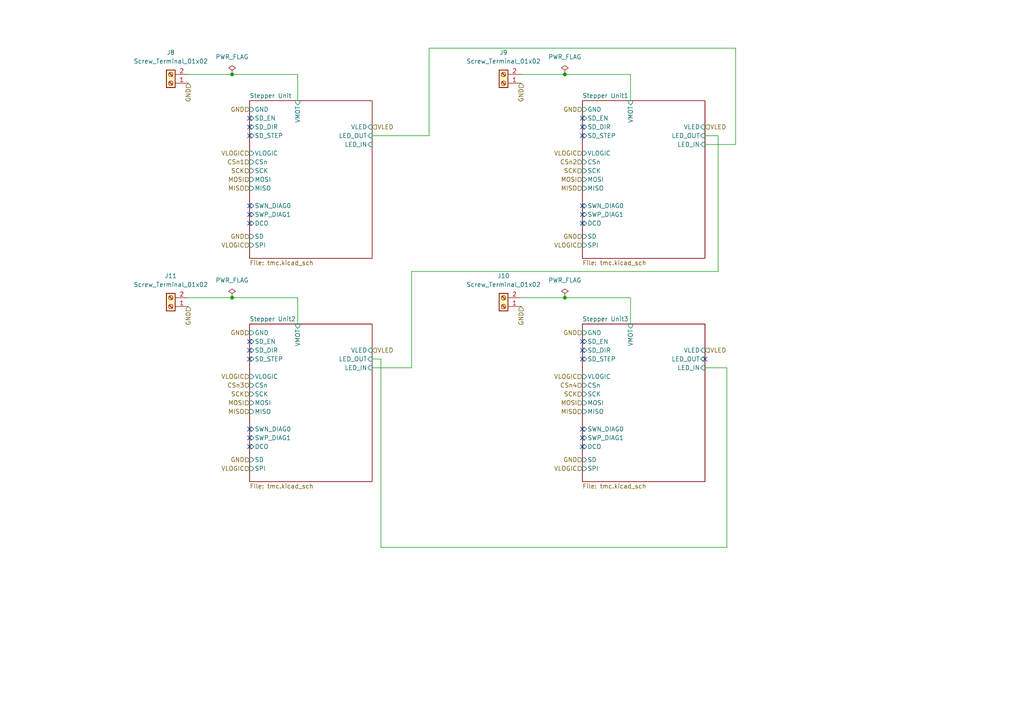
<source format=kicad_sch>
(kicad_sch (version 20231120) (generator "eeschema") (generator_version "8.0")
  (paper "A4")
  (lib_symbols
    (symbol "Connector:Screw_Terminal_01x02" (pin_names (offset 1.016) hide)
      (property "Reference" "J" (at 0 2.54 0))
      (property "Value" "Screw_Terminal_01x02" (at 0 -5.08 0))
      (symbol "Screw_Terminal_01x02_1_1"
        (rectangle (start -1.27 1.27) (end 1.27 -3.81) (stroke (width 0.254)) (fill (type background)))
        (circle (center 0 -2.54) (radius 0.635) (stroke (width 0.1524)))
        (polyline (pts (xy -0.5334 -2.2098) (xy 0.3302 -3.048)) (stroke (width 0.1524)))
        (polyline (pts (xy -0.5334 0.3302) (xy 0.3302 -0.508)) (stroke (width 0.1524)))
        (polyline (pts (xy -0.3556 -2.032) (xy 0.508 -2.8702)) (stroke (width 0.1524)))
        (polyline (pts (xy -0.3556 0.508) (xy 0.508 -0.3302)) (stroke (width 0.1524)))
        (circle (center 0 0) (radius 0.635) (stroke (width 0.1524)))
        (pin passive line (at -5.08 0 0) (length 3.81) (name "Pin_1") (number "1"))
        (pin passive line (at -5.08 -2.54 0) (length 3.81) (name "Pin_2") (number "2"))
      )
    )
    (symbol "power:PWR_FLAG" (power) (pin_numbers hide) (pin_names (offset 0) hide)
      (property "Value" "PWR_FLAG" (at 0 3.81 0))
      (symbol "PWR_FLAG_0_0"
        (pin power_out line (at 0 0 90) (length 0) (name "~") (number "1"))
      )
      (symbol "PWR_FLAG_0_1"
        (polyline (pts (xy 0 0) (xy 0 1.27) (xy -1.016 1.905) (xy 0 2.54) (xy 1.016 1.905) (xy 0 1.27)))
      )
    )
  )
  (junction (at 163.83 21.59))
  (junction (at 67.31 21.59))
  (junction (at 67.31 86.36))
  (junction (at 163.83 86.36))
  (no_connect (at 204.47 104.14))
  (no_connect (at 72.39 62.23))
  (no_connect (at 168.91 129.54))
  (no_connect (at 168.91 127))
  (no_connect (at 72.39 104.14))
  (no_connect (at 168.91 36.83))
  (no_connect (at 72.39 124.46))
  (no_connect (at 72.39 39.37))
  (no_connect (at 72.39 99.06))
  (no_connect (at 72.39 34.29))
  (no_connect (at 168.91 124.46))
  (no_connect (at 72.39 127))
  (no_connect (at 168.91 59.69))
  (no_connect (at 168.91 64.77))
  (no_connect (at 168.91 62.23))
  (no_connect (at 168.91 104.14))
  (no_connect (at 168.91 99.06))
  (no_connect (at 72.39 59.69))
  (no_connect (at 72.39 64.77))
  (no_connect (at 168.91 34.29))
  (no_connect (at 168.91 101.6))
  (no_connect (at 72.39 101.6))
  (no_connect (at 72.39 36.83))
  (no_connect (at 72.39 129.54))
  (no_connect (at 168.91 39.37))
  (wire (pts (xy 208.28 39.37) (xy 208.28 78.74)))
  (wire (pts (xy 213.36 41.91) (xy 204.47 41.91)))
  (wire (pts (xy 119.38 78.74) (xy 119.38 106.68)))
  (wire (pts (xy 210.82 158.75) (xy 210.82 106.68)))
  (wire (pts (xy 67.31 21.59) (xy 86.36 21.59)))
  (wire (pts (xy 163.83 86.36) (xy 182.88 86.36)))
  (wire (pts (xy 67.31 86.36) (xy 86.36 86.36)))
  (wire (pts (xy 208.28 78.74) (xy 119.38 78.74)))
  (wire (pts (xy 86.36 21.59) (xy 86.36 29.21)))
  (wire (pts (xy 119.38 106.68) (xy 107.95 106.68)))
  (wire (pts (xy 204.47 39.37) (xy 208.28 39.37)))
  (wire (pts (xy 54.61 86.36) (xy 67.31 86.36)))
  (wire (pts (xy 182.88 86.36) (xy 182.88 93.98)))
  (wire (pts (xy 213.36 13.97) (xy 213.36 41.91)))
  (wire (pts (xy 107.95 104.14) (xy 110.49 104.14)))
  (wire (pts (xy 151.13 21.59) (xy 163.83 21.59)))
  (wire (pts (xy 124.46 39.37) (xy 124.46 13.97)))
  (wire (pts (xy 151.13 86.36) (xy 163.83 86.36)))
  (wire (pts (xy 86.36 86.36) (xy 86.36 93.98)))
  (wire (pts (xy 210.82 106.68) (xy 204.47 106.68)))
  (wire (pts (xy 54.61 21.59) (xy 67.31 21.59)))
  (wire (pts (xy 182.88 21.59) (xy 182.88 29.21)))
  (wire (pts (xy 107.95 39.37) (xy 124.46 39.37)))
  (wire (pts (xy 124.46 13.97) (xy 213.36 13.97)))
  (wire (pts (xy 163.83 21.59) (xy 182.88 21.59)))
  (wire (pts (xy 110.49 104.14) (xy 110.49 158.75)))
  (wire (pts (xy 110.49 158.75) (xy 210.82 158.75)))
  (hierarchical_label "SCK" (shape input) (at 168.91 49.53 180))
  (hierarchical_label "SCK" (shape input) (at 72.39 49.53 180))
  (hierarchical_label "GND" (shape input) (at 168.91 68.58 180))
  (hierarchical_label "SCK" (shape input) (at 168.91 114.3 180))
  (hierarchical_label "MISO" (shape input) (at 72.39 119.38 180))
  (hierarchical_label "GND" (shape input) (at 168.91 31.75 180))
  (hierarchical_label "GND" (shape input) (at 72.39 96.52 180))
  (hierarchical_label "VLOGIC" (shape input) (at 72.39 135.89 180))
  (hierarchical_label "MOSI" (shape input) (at 72.39 52.07 180))
  (hierarchical_label "GND" (shape input) (at 72.39 31.75 180))
  (hierarchical_label "GND" (shape input) (at 151.13 24.13 270))
  (hierarchical_label "CSn3" (shape input) (at 72.39 111.76 180))
  (hierarchical_label "GND" (shape input) (at 168.91 96.52 180))
  (hierarchical_label "VLOGIC" (shape input) (at 72.39 109.22 180))
  (hierarchical_label "GND" (shape input) (at 54.61 88.9 270))
  (hierarchical_label "CSn1" (shape input) (at 72.39 46.99 180))
  (hierarchical_label "MISO" (shape input) (at 168.91 119.38 180))
  (hierarchical_label "CSn4" (shape input) (at 168.91 111.76 180))
  (hierarchical_label "VLED" (shape input) (at 204.47 101.6 0))
  (hierarchical_label "MISO" (shape input) (at 72.39 54.61 180))
  (hierarchical_label "VLED" (shape input) (at 204.47 36.83 0))
  (hierarchical_label "GND" (shape input) (at 54.61 24.13 270))
  (hierarchical_label "CSn2" (shape input) (at 168.91 46.99 180))
  (hierarchical_label "GND" (shape input) (at 72.39 133.35 180))
  (hierarchical_label "MOSI" (shape input) (at 168.91 116.84 180))
  (hierarchical_label "VLED" (shape input) (at 107.95 36.83 0))
  (hierarchical_label "SCK" (shape input) (at 72.39 114.3 180))
  (hierarchical_label "VLOGIC" (shape input) (at 168.91 109.22 180))
  (hierarchical_label "GND" (shape input) (at 151.13 88.9 270))
  (hierarchical_label "MISO" (shape input) (at 168.91 54.61 180))
  (hierarchical_label "MOSI" (shape input) (at 168.91 52.07 180))
  (hierarchical_label "VLOGIC" (shape input) (at 168.91 71.12 180))
  (hierarchical_label "GND" (shape input) (at 168.91 133.35 180))
  (hierarchical_label "VLED" (shape input) (at 107.95 101.6 0))
  (hierarchical_label "VLOGIC" (shape input) (at 72.39 71.12 180))
  (hierarchical_label "VLOGIC" (shape input) (at 168.91 44.45 180))
  (hierarchical_label "MOSI" (shape input) (at 72.39 116.84 180))
  (hierarchical_label "GND" (shape input) (at 72.39 68.58 180))
  (hierarchical_label "VLOGIC" (shape input) (at 72.39 44.45 180))
  (hierarchical_label "VLOGIC" (shape input) (at 168.91 135.89 180))
  (symbol (lib_id "power:PWR_FLAG") (at 67.31 21.59 0) (unit 1)
    (property "Reference" "#FLG07" (effects (hide yes)))
    (property "Value" "PWR_FLAG" (at 67.31 16.51 0))
    (property "Description" "Special symbol for telling ERC where power comes from" (effects (hide yes)))
  )
  (symbol (lib_id "power:PWR_FLAG") (at 163.83 21.59 0) (unit 1)
    (property "Reference" "#FLG08" (effects (hide yes)))
    (property "Value" "PWR_FLAG" (at 163.83 16.51 0))
    (property "Description" "Special symbol for telling ERC where power comes from" (effects (hide yes)))
  )
  (symbol (lib_id "Connector:Screw_Terminal_01x02") (at 146.05 88.9 180) (unit 1)
    (property "Reference" "J10" (at 146.05 80.01 0))
    (property "Value" "Screw_Terminal_01x02" (at 146.05 82.55 0))
    (property "Footprint" "Connector_Phoenix_MSTB:PhoenixContact_MSTBVA_2,5_2-G-5,08_1x02_P5.08mm_Vertical" (effects (hide yes)))
    (property "Description" "Generic screw terminal, single row, 01x02, script generated (kicad-library-utils/schlib/autogen/connector/)" (effects (hide yes)))
  )
  (symbol (lib_id "power:PWR_FLAG") (at 163.83 86.36 0) (unit 1)
    (property "Reference" "#FLG09" (effects (hide yes)))
    (property "Value" "PWR_FLAG" (at 163.83 81.28 0))
    (property "Description" "Special symbol for telling ERC where power comes from" (effects (hide yes)))
  )
  (symbol (lib_id "power:PWR_FLAG") (at 67.31 86.36 0) (unit 1)
    (property "Reference" "#FLG010" (effects (hide yes)))
    (property "Value" "PWR_FLAG" (at 67.31 81.28 0))
    (property "Description" "Special symbol for telling ERC where power comes from" (effects (hide yes)))
  )
  (symbol (lib_id "Connector:Screw_Terminal_01x02") (at 49.53 24.13 180) (unit 1)
    (property "Reference" "J8" (at 49.53 15.24 0))
    (property "Value" "Screw_Terminal_01x02" (at 49.53 17.78 0))
    (property "Footprint" "Connector_Phoenix_MSTB:PhoenixContact_MSTBVA_2,5_2-G-5,08_1x02_P5.08mm_Vertical" (effects (hide yes)))
    (property "Description" "Generic screw terminal, single row, 01x02, script generated (kicad-library-utils/schlib/autogen/connector/)" (effects (hide yes)))
  )
  (symbol (lib_id "Connector:Screw_Terminal_01x02") (at 146.05 24.13 180) (unit 1)
    (property "Reference" "J9" (at 146.05 15.24 0))
    (property "Value" "Screw_Terminal_01x02" (at 146.05 17.78 0))
    (property "Footprint" "Connector_Phoenix_MSTB:PhoenixContact_MSTBVA_2,5_2-G-5,08_1x02_P5.08mm_Vertical" (effects (hide yes)))
    (property "Description" "Generic screw terminal, single row, 01x02, script generated (kicad-library-utils/schlib/autogen/connector/)" (effects (hide yes)))
  )
  (symbol (lib_id "Connector:Screw_Terminal_01x02") (at 49.53 88.9 180) (unit 1)
    (property "Reference" "J11" (at 49.53 80.01 0))
    (property "Value" "Screw_Terminal_01x02" (at 49.53 82.55 0))
    (property "Footprint" "Connector_Phoenix_MSTB:PhoenixContact_MSTBVA_2,5_2-G-5,08_1x02_P5.08mm_Vertical" (effects (hide yes)))
    (property "Description" "Generic screw terminal, single row, 01x02, script generated (kicad-library-utils/schlib/autogen/connector/)" (effects (hide yes)))
  )
  (sheet (at 168.91 93.98) (size 35.56 45.72) (stroke (width 0.1524))
    (property "Sheetname" "Stepper Unit3" (at 168.91 93.2684 0) (effects (justify left bottom)))
    (property "Sheetfile" "tmc.kicad_sch" (at 168.91 140.2846 0) (effects (justify left top)))
    (pin "GND" input (at 168.91 96.52 180))
    (pin "SD_EN" input (at 168.91 99.06 180))
    (pin "SD_DIR" input (at 168.91 101.6 180))
    (pin "SD_STEP" input (at 168.91 104.14 180))
    (pin "CSn" input (at 168.91 111.76 180))
    (pin "SCK" input (at 168.91 114.3 180))
    (pin "MOSI" input (at 168.91 116.84 180))
    (pin "MISO" input (at 168.91 119.38 180))
    (pin "VLOGIC" input (at 168.91 109.22 180))
    (pin "SD" input (at 168.91 133.35 180))
    (pin "SPI" input (at 168.91 135.89 180))
    (pin "SWN_DIAG0" input (at 168.91 124.46 180))
    (pin "SWP_DIAG1" input (at 168.91 127 180))
    (pin "VMOT" input (at 182.88 93.98 90))
    (pin "DCO" input (at 168.91 129.54 180))
    (pin "VLED" input (at 204.47 101.6 0))
    (pin "LED_OUT" input (at 204.47 104.14 0))
    (pin "LED_IN" input (at 204.47 106.68 0))
  )
  (sheet (at 72.39 29.21) (size 35.56 45.72) (stroke (width 0.1524))
    (property "Sheetname" "Stepper Unit" (at 72.39 28.4984 0) (effects (justify left bottom)))
    (property "Sheetfile" "tmc.kicad_sch" (at 72.39 75.5146 0) (effects (justify left top)))
    (pin "GND" input (at 72.39 31.75 180))
    (pin "SD_EN" input (at 72.39 34.29 180))
    (pin "SD_DIR" input (at 72.39 36.83 180))
    (pin "SD_STEP" input (at 72.39 39.37 180))
    (pin "CSn" input (at 72.39 46.99 180))
    (pin "SCK" input (at 72.39 49.53 180))
    (pin "MOSI" input (at 72.39 52.07 180))
    (pin "MISO" input (at 72.39 54.61 180))
    (pin "VLOGIC" input (at 72.39 44.45 180))
    (pin "SD" input (at 72.39 68.58 180))
    (pin "SPI" input (at 72.39 71.12 180))
    (pin "SWN_DIAG0" input (at 72.39 59.69 180))
    (pin "SWP_DIAG1" input (at 72.39 62.23 180))
    (pin "VMOT" input (at 86.36 29.21 90))
    (pin "DCO" input (at 72.39 64.77 180))
    (pin "VLED" input (at 107.95 36.83 0))
    (pin "LED_OUT" input (at 107.95 39.37 0))
    (pin "LED_IN" input (at 107.95 41.91 0))
  )
  (sheet (at 168.91 29.21) (size 35.56 45.72) (stroke (width 0.1524))
    (property "Sheetname" "Stepper Unit1" (at 168.91 28.4984 0) (effects (justify left bottom)))
    (property "Sheetfile" "tmc.kicad_sch" (at 168.91 75.5146 0) (effects (justify left top)))
    (pin "GND" input (at 168.91 31.75 180))
    (pin "SD_EN" input (at 168.91 34.29 180))
    (pin "SD_DIR" input (at 168.91 36.83 180))
    (pin "SD_STEP" input (at 168.91 39.37 180))
    (pin "CSn" input (at 168.91 46.99 180))
    (pin "SCK" input (at 168.91 49.53 180))
    (pin "MOSI" input (at 168.91 52.07 180))
    (pin "MISO" input (at 168.91 54.61 180))
    (pin "VLOGIC" input (at 168.91 44.45 180))
    (pin "SD" input (at 168.91 68.58 180))
    (pin "SPI" input (at 168.91 71.12 180))
    (pin "SWN_DIAG0" input (at 168.91 59.69 180))
    (pin "SWP_DIAG1" input (at 168.91 62.23 180))
    (pin "VMOT" input (at 182.88 29.21 90))
    (pin "DCO" input (at 168.91 64.77 180))
    (pin "VLED" input (at 204.47 36.83 0))
    (pin "LED_OUT" input (at 204.47 39.37 0))
    (pin "LED_IN" input (at 204.47 41.91 0))
  )
  (sheet (at 72.39 93.98) (size 35.56 45.72) (stroke (width 0.1524))
    (property "Sheetname" "Stepper Unit2" (at 72.39 93.2684 0) (effects (justify left bottom)))
    (property "Sheetfile" "tmc.kicad_sch" (at 72.39 140.2846 0) (effects (justify left top)))
    (pin "GND" input (at 72.39 96.52 180))
    (pin "SD_EN" input (at 72.39 99.06 180))
    (pin "SD_DIR" input (at 72.39 101.6 180))
    (pin "SD_STEP" input (at 72.39 104.14 180))
    (pin "CSn" input (at 72.39 111.76 180))
    (pin "SCK" input (at 72.39 114.3 180))
    (pin "MOSI" input (at 72.39 116.84 180))
    (pin "MISO" input (at 72.39 119.38 180))
    (pin "VLOGIC" input (at 72.39 109.22 180))
    (pin "SD" input (at 72.39 133.35 180))
    (pin "SPI" input (at 72.39 135.89 180))
    (pin "SWN_DIAG0" input (at 72.39 124.46 180))
    (pin "SWP_DIAG1" input (at 72.39 127 180))
    (pin "VMOT" input (at 86.36 93.98 90))
    (pin "DCO" input (at 72.39 129.54 180))
    (pin "VLED" input (at 107.95 101.6 0))
    (pin "LED_OUT" input (at 107.95 104.14 0))
    (pin "LED_IN" input (at 107.95 106.68 0))
  )
)
</source>
